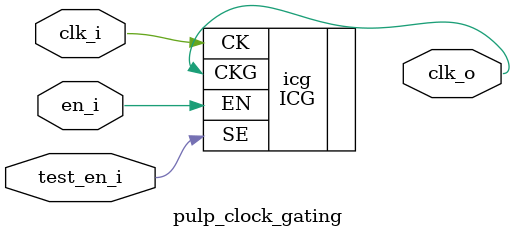
<source format=sv>

module pulp_clock_gating (
   input  logic clk_i,
   input  logic en_i,
   input  logic test_en_i,
   output logic clk_o
);

    ICG icg(.CK(clk_i),.EN(en_i),.SE(test_en_i),.CKG(clk_o));

endmodule
</source>
